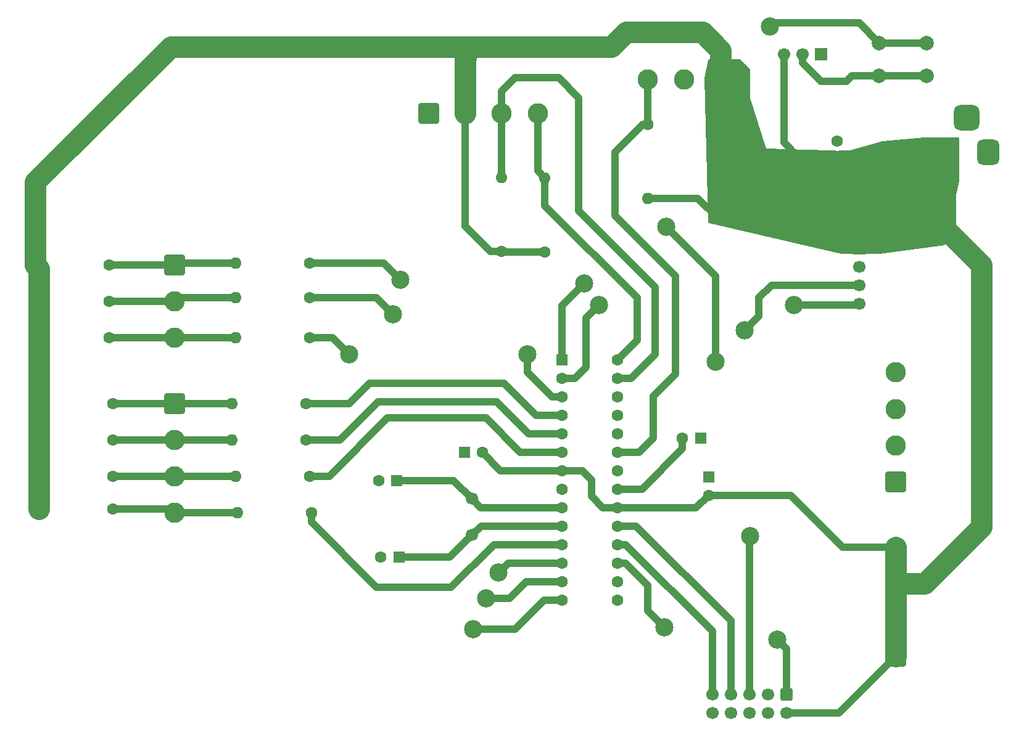
<source format=gbr>
%TF.GenerationSoftware,KiCad,Pcbnew,9.0.1*%
%TF.CreationDate,2025-09-08T03:32:05-04:00*%
%TF.ProjectId,SNAKE_GAME,534e414b-455f-4474-914d-452e6b696361,rev?*%
%TF.SameCoordinates,Original*%
%TF.FileFunction,Copper,L2,Bot*%
%TF.FilePolarity,Positive*%
%FSLAX46Y46*%
G04 Gerber Fmt 4.6, Leading zero omitted, Abs format (unit mm)*
G04 Created by KiCad (PCBNEW 9.0.1) date 2025-09-08 03:32:05*
%MOMM*%
%LPD*%
G01*
G04 APERTURE LIST*
G04 Aperture macros list*
%AMRoundRect*
0 Rectangle with rounded corners*
0 $1 Rounding radius*
0 $2 $3 $4 $5 $6 $7 $8 $9 X,Y pos of 4 corners*
0 Add a 4 corners polygon primitive as box body*
4,1,4,$2,$3,$4,$5,$6,$7,$8,$9,$2,$3,0*
0 Add four circle primitives for the rounded corners*
1,1,$1+$1,$2,$3*
1,1,$1+$1,$4,$5*
1,1,$1+$1,$6,$7*
1,1,$1+$1,$8,$9*
0 Add four rect primitives between the rounded corners*
20,1,$1+$1,$2,$3,$4,$5,0*
20,1,$1+$1,$4,$5,$6,$7,0*
20,1,$1+$1,$6,$7,$8,$9,0*
20,1,$1+$1,$8,$9,$2,$3,0*%
G04 Aperture macros list end*
%TA.AperFunction,ComponentPad*%
%ADD10R,1.700000X1.700000*%
%TD*%
%TA.AperFunction,ComponentPad*%
%ADD11C,1.700000*%
%TD*%
%TA.AperFunction,ComponentPad*%
%ADD12R,1.600000X1.600000*%
%TD*%
%TA.AperFunction,ComponentPad*%
%ADD13C,1.600000*%
%TD*%
%TA.AperFunction,ComponentPad*%
%ADD14O,1.600000X1.600000*%
%TD*%
%TA.AperFunction,ComponentPad*%
%ADD15RoundRect,0.250000X-0.600000X0.600000X-0.600000X-0.600000X0.600000X-0.600000X0.600000X0.600000X0*%
%TD*%
%TA.AperFunction,ComponentPad*%
%ADD16C,2.800000*%
%TD*%
%TA.AperFunction,ComponentPad*%
%ADD17RoundRect,0.250001X-1.149999X1.149999X-1.149999X-1.149999X1.149999X-1.149999X1.149999X1.149999X0*%
%TD*%
%TA.AperFunction,ComponentPad*%
%ADD18RoundRect,0.250000X-0.550000X-0.550000X0.550000X-0.550000X0.550000X0.550000X-0.550000X0.550000X0*%
%TD*%
%TA.AperFunction,ComponentPad*%
%ADD19RoundRect,0.250001X1.149999X1.149999X-1.149999X1.149999X-1.149999X-1.149999X1.149999X-1.149999X0*%
%TD*%
%TA.AperFunction,ComponentPad*%
%ADD20RoundRect,0.250001X-1.149999X-1.149999X1.149999X-1.149999X1.149999X1.149999X-1.149999X1.149999X0*%
%TD*%
%TA.AperFunction,ComponentPad*%
%ADD21RoundRect,0.250001X1.149999X-1.149999X1.149999X1.149999X-1.149999X1.149999X-1.149999X-1.149999X0*%
%TD*%
%TA.AperFunction,ComponentPad*%
%ADD22R,3.500000X3.500000*%
%TD*%
%TA.AperFunction,ComponentPad*%
%ADD23RoundRect,0.750000X0.750000X1.000000X-0.750000X1.000000X-0.750000X-1.000000X0.750000X-1.000000X0*%
%TD*%
%TA.AperFunction,ComponentPad*%
%ADD24RoundRect,0.875000X0.875000X0.875000X-0.875000X0.875000X-0.875000X-0.875000X0.875000X-0.875000X0*%
%TD*%
%TA.AperFunction,ComponentPad*%
%ADD25C,2.000000*%
%TD*%
%TA.AperFunction,ViaPad*%
%ADD26C,2.500000*%
%TD*%
%TA.AperFunction,Conductor*%
%ADD27C,1.000000*%
%TD*%
%TA.AperFunction,Conductor*%
%ADD28C,3.000000*%
%TD*%
G04 APERTURE END LIST*
D10*
%TO.P,J7,1,Pin_1*%
%TO.N,VCC*%
X127025000Y69550000D03*
D11*
%TO.P,J7,2,Pin_2*%
%TO.N,GND*%
X127025000Y67010000D03*
%TO.P,J7,3,Pin_3*%
%TO.N,/TXD*%
X127025000Y64470000D03*
%TO.P,J7,4,Pin_4*%
%TO.N,/RXD*%
X127025000Y61930000D03*
%TD*%
D12*
%TO.P,C3,1*%
%TO.N,Net-(U1-XTAL2{slash}PB7)*%
X63815000Y27140000D03*
D13*
%TO.P,C3,2*%
%TO.N,GND*%
X61315000Y27140000D03*
%TD*%
%TO.P,R13,1*%
%TO.N,Net-(U1-PB0)*%
X51580000Y57250000D03*
D14*
%TO.P,R13,2*%
%TO.N,/B_SELECT*%
X41420000Y57250000D03*
%TD*%
D12*
%TO.P,C1,1*%
%TO.N,GND*%
X106315000Y38140000D03*
D13*
%TO.P,C1,2*%
%TO.N,VCC*%
X106315000Y35640000D03*
%TD*%
%TO.P,220UF1,1*%
%TO.N,VCC*%
X124000000Y81750000D03*
%TO.P,220UF1,2*%
%TO.N,GND*%
X124000000Y84250000D03*
%TD*%
%TO.P,R2,1*%
%TO.N,Net-(U1-PD2)*%
X51080000Y48250000D03*
D14*
%TO.P,R2,2*%
%TO.N,/JS_UP*%
X40920000Y48250000D03*
%TD*%
D13*
%TO.P,R3,1*%
%TO.N,Net-(U1-PD3)*%
X51080000Y43250000D03*
D14*
%TO.P,R3,2*%
%TO.N,/JS_DOWN*%
X40920000Y43250000D03*
%TD*%
D13*
%TO.P,R4,1*%
%TO.N,Net-(U1-PD4)*%
X51580000Y38250000D03*
D14*
%TO.P,R4,2*%
%TO.N,/JS_LEFT*%
X41420000Y38250000D03*
%TD*%
D13*
%TO.P,R5,1*%
%TO.N,Net-(U1-PD5)*%
X51830000Y33250000D03*
D14*
%TO.P,R5,2*%
%TO.N,/JS_RIGHT*%
X41670000Y33250000D03*
%TD*%
D13*
%TO.P,R6,1*%
%TO.N,Net-(U1-PD6)*%
X51580000Y67500000D03*
D14*
%TO.P,R6,2*%
%TO.N,/B_EXIT*%
X41420000Y67500000D03*
%TD*%
D10*
%TO.P,J3,1,Pin_1*%
%TO.N,GND*%
X121750000Y96250000D03*
D11*
%TO.P,J3,2,Pin_2*%
%TO.N,Net-(J3-Pin_2)*%
X119210000Y96250000D03*
%TO.P,J3,3,Pin_3*%
%TO.N,VCC*%
X116670000Y96250000D03*
%TD*%
D15*
%TO.P,J4,1,Pin_1*%
%TO.N,/MOSI*%
X117000000Y8210000D03*
D11*
%TO.P,J4,2,Pin_2*%
%TO.N,VCC*%
X117000000Y5670000D03*
%TO.P,J4,3,Pin_3*%
%TO.N,unconnected-(J4-Pin_3-Pad3)*%
X114460000Y8210000D03*
%TO.P,J4,4,Pin_4*%
%TO.N,unconnected-(J4-Pin_4-Pad4)*%
X114460000Y5670000D03*
%TO.P,J4,5,Pin_5*%
%TO.N,/RESET*%
X111920000Y8210000D03*
%TO.P,J4,6,Pin_6*%
%TO.N,unconnected-(J4-Pin_6-Pad6)*%
X111920000Y5670000D03*
%TO.P,J4,7,Pin_7*%
%TO.N,/SCK*%
X109380000Y8210000D03*
%TO.P,J4,8,Pin_8*%
%TO.N,GND*%
X109380000Y5670000D03*
%TO.P,J4,9,Pin_9*%
%TO.N,/MISO*%
X106840000Y8210000D03*
%TO.P,J4,10,Pin_10*%
%TO.N,GND*%
X106840000Y5670000D03*
%TD*%
D12*
%TO.P,C4,1*%
%TO.N,GND*%
X72794888Y41500000D03*
D13*
%TO.P,C4,2*%
%TO.N,VCC*%
X75294888Y41500000D03*
%TD*%
D16*
%TO.P,J6,4,Pin_4*%
%TO.N,/JS_RIGHT*%
X33000000Y33250000D03*
%TO.P,J6,3,Pin_3*%
%TO.N,/JS_LEFT*%
X33000000Y38250000D03*
%TO.P,J6,2,Pin_2*%
%TO.N,/JS_DOWN*%
X33000000Y43250000D03*
D17*
%TO.P,J6,1,Pin_1*%
%TO.N,/JS_UP*%
X33000000Y48250000D03*
%TD*%
D12*
%TO.P,C2,1*%
%TO.N,Net-(U1-XTAL1{slash}PB6)*%
X63520113Y37640000D03*
D13*
%TO.P,C2,2*%
%TO.N,GND*%
X61020113Y37640000D03*
%TD*%
%TO.P,R7,1*%
%TO.N,Net-(U1-PD7)*%
X51580000Y62750000D03*
D14*
%TO.P,R7,2*%
%TO.N,/B_START*%
X41420000Y62750000D03*
%TD*%
D13*
%TO.P,R14,1*%
%TO.N,/B_SELECT*%
X24080000Y57250000D03*
D14*
%TO.P,R14,2*%
%TO.N,VCC*%
X13920000Y57250000D03*
%TD*%
D13*
%TO.P,R15,1*%
%TO.N,/B_START*%
X24080000Y62250000D03*
D14*
%TO.P,R15,2*%
%TO.N,VCC*%
X13920000Y62250000D03*
%TD*%
D13*
%TO.P,R16,1*%
%TO.N,/B_EXIT*%
X24080000Y67250000D03*
D14*
%TO.P,R16,2*%
%TO.N,VCC*%
X13920000Y67250000D03*
%TD*%
D13*
%TO.P,R17,1*%
%TO.N,/JS_RIGHT*%
X24580000Y33750000D03*
D14*
%TO.P,R17,2*%
%TO.N,VCC*%
X14420000Y33750000D03*
%TD*%
D13*
%TO.P,R18,1*%
%TO.N,/JS_LEFT*%
X24580000Y38250000D03*
D14*
%TO.P,R18,2*%
%TO.N,VCC*%
X14420000Y38250000D03*
%TD*%
D13*
%TO.P,R19,1*%
%TO.N,/JS_DOWN*%
X24580000Y43250000D03*
D14*
%TO.P,R19,2*%
%TO.N,VCC*%
X14420000Y43250000D03*
%TD*%
D13*
%TO.P,R20,1*%
%TO.N,/JS_UP*%
X24580000Y48250000D03*
D14*
%TO.P,R20,2*%
%TO.N,VCC*%
X14420000Y48250000D03*
%TD*%
D13*
%TO.P,R21,1*%
%TO.N,VCC*%
X77875000Y69125000D03*
D14*
%TO.P,R21,2*%
%TO.N,/SDA*%
X77875000Y79285000D03*
%TD*%
D13*
%TO.P,R22,1*%
%TO.N,VCC*%
X83875000Y69045000D03*
D14*
%TO.P,R22,2*%
%TO.N,/SCL*%
X83875000Y79205000D03*
%TD*%
D13*
%TO.P,R24,1*%
%TO.N,/DIN_GRID*%
X98000000Y86580000D03*
D14*
%TO.P,R24,2*%
%TO.N,VCC*%
X98000000Y76420000D03*
%TD*%
D13*
%TO.P,U1,28,PC5*%
%TO.N,/SCL*%
X93815000Y54260000D03*
%TO.P,U1,27,PC4*%
%TO.N,/SDA*%
X93815000Y51720000D03*
%TO.P,U1,26,PC3*%
%TO.N,unconnected-(U1-PC3-Pad26)*%
X93815000Y49180000D03*
%TO.P,U1,25,PC2*%
%TO.N,unconnected-(U1-PC2-Pad25)*%
X93815000Y46640000D03*
%TO.P,U1,24,PC1*%
%TO.N,unconnected-(U1-PC1-Pad24)*%
X93815000Y44100000D03*
%TO.P,U1,23,PC0*%
%TO.N,/DIN_GRID*%
X93815000Y41560000D03*
%TO.P,U1,22,GND*%
%TO.N,GND*%
X93815000Y39020000D03*
%TO.P,U1,21,AREF*%
%TO.N,Net-(U1-AREF)*%
X93815000Y36480000D03*
%TO.P,U1,20,AVCC*%
%TO.N,VCC*%
X93815000Y33940000D03*
%TO.P,U1,19,PB5*%
%TO.N,/SCK*%
X93815000Y31400000D03*
%TO.P,U1,18,PB4*%
%TO.N,/MISO*%
X93815000Y28860000D03*
%TO.P,U1,17,PB3*%
%TO.N,/MOSI*%
X93815000Y26320000D03*
%TO.P,U1,16,PB2*%
%TO.N,unconnected-(U1-PB2-Pad16)*%
X93815000Y23780000D03*
%TO.P,U1,15,PB1*%
%TO.N,unconnected-(U1-PB1-Pad15)*%
X93815000Y21240000D03*
%TO.P,U1,14,PB0*%
%TO.N,Net-(U1-PB0)*%
X86195000Y21240000D03*
%TO.P,U1,13,PD7*%
%TO.N,Net-(U1-PD7)*%
X86195000Y23780000D03*
%TO.P,U1,12,PD6*%
%TO.N,Net-(U1-PD6)*%
X86195000Y26320000D03*
%TO.P,U1,11,PD5*%
%TO.N,Net-(U1-PD5)*%
X86195000Y28860000D03*
%TO.P,U1,10,XTAL2/PB7*%
%TO.N,Net-(U1-XTAL2{slash}PB7)*%
X86195000Y31400000D03*
%TO.P,U1,9,XTAL1/PB6*%
%TO.N,Net-(U1-XTAL1{slash}PB6)*%
X86195000Y33940000D03*
%TO.P,U1,8,GND*%
%TO.N,GND*%
X86195000Y36480000D03*
%TO.P,U1,7,VCC*%
%TO.N,VCC*%
X86195000Y39020000D03*
%TO.P,U1,6,PD4*%
%TO.N,Net-(U1-PD4)*%
X86195000Y41560000D03*
%TO.P,U1,5,PD3*%
%TO.N,Net-(U1-PD3)*%
X86195000Y44100000D03*
%TO.P,U1,4,PD2*%
%TO.N,Net-(U1-PD2)*%
X86195000Y46640000D03*
%TO.P,U1,3,PD1*%
%TO.N,/TXD*%
X86195000Y49180000D03*
%TO.P,U1,2,PD0*%
%TO.N,/RXD*%
X86195000Y51720000D03*
D18*
%TO.P,U1,1,~{RESET}/PC6*%
%TO.N,/RESET*%
X86195000Y54260000D03*
%TD*%
D11*
%TO.P,Y1,1,1*%
%TO.N,Net-(U1-XTAL2{slash}PB7)*%
X73815000Y30140000D03*
%TO.P,Y1,2,2*%
%TO.N,Net-(U1-XTAL1{slash}PB6)*%
X73815000Y35140000D03*
%TD*%
D12*
%TO.P,C5,1*%
%TO.N,GND*%
X105250000Y43500000D03*
D13*
%TO.P,C5,2*%
%TO.N,Net-(U1-AREF)*%
X102750000Y43500000D03*
%TD*%
D17*
%TO.P,J5,1,Pin_1*%
%TO.N,/B_EXIT*%
X33000000Y67250000D03*
D16*
%TO.P,J5,2,Pin_2*%
%TO.N,/B_START*%
X33000000Y62250000D03*
%TO.P,J5,3,Pin_3*%
%TO.N,/B_SELECT*%
X33000000Y57250000D03*
%TD*%
D19*
%TO.P,J1,1,Pin_1*%
%TO.N,VCC*%
X108000000Y92750000D03*
D16*
%TO.P,J1,2,Pin_2*%
%TO.N,GND*%
X103000000Y92750000D03*
%TO.P,J1,3,Pin_3*%
%TO.N,/DIN_GRID*%
X98000000Y92750000D03*
%TD*%
D20*
%TO.P,J8,1,Pin_1*%
%TO.N,GND*%
X67875000Y88125000D03*
D16*
%TO.P,J8,2,Pin_2*%
%TO.N,VCC*%
X72875000Y88125000D03*
%TO.P,J8,3,Pin_3*%
%TO.N,/SDA*%
X77875000Y88125000D03*
%TO.P,J8,4,Pin_4*%
%TO.N,/SCL*%
X82875000Y88125000D03*
%TD*%
D21*
%TO.P,J9,1,Pin_1*%
%TO.N,GND*%
X132000000Y37490000D03*
D16*
%TO.P,J9,2,Pin_2*%
X132000000Y42490000D03*
%TO.P,J9,3,Pin_3*%
X132000000Y47490000D03*
%TO.P,J9,4,Pin_4*%
X132000000Y52490000D03*
%TD*%
D21*
%TO.P,J10,1,Pin_1*%
%TO.N,VCC*%
X132000000Y13490000D03*
D16*
%TO.P,J10,2,Pin_2*%
X132000000Y18490000D03*
%TO.P,J10,3,Pin_3*%
X132000000Y23490000D03*
%TO.P,J10,4,Pin_4*%
X132000000Y28490000D03*
%TD*%
D22*
%TO.P,J11,1*%
%TO.N,VCC*%
X138750000Y82792500D03*
D23*
%TO.P,J11,2*%
%TO.N,unconnected-(J11-Pad2)*%
X144750000Y82792500D03*
D24*
%TO.P,J11,3*%
%TO.N,GND*%
X141750000Y87492500D03*
%TD*%
D25*
%TO.P,SW1,1,1*%
%TO.N,/RESET*%
X129750000Y97750000D03*
X136250000Y97750000D03*
%TO.P,SW1,2,2*%
%TO.N,Net-(J3-Pin_2)*%
X129750000Y93250000D03*
X136250000Y93250000D03*
%TD*%
D26*
%TO.N,Net-(U1-PD6)*%
X77500000Y25000000D03*
X64000000Y65250000D03*
%TO.N,/RESET*%
X100500000Y72500000D03*
%TO.N,/RXD*%
X118000000Y61750000D03*
%TO.N,/TXD*%
X81500000Y55000000D03*
%TO.N,Net-(U1-PB0)*%
X57000000Y55000000D03*
%TO.N,/RESET*%
X107250000Y54000000D03*
%TO.N,Net-(U1-PD7)*%
X75750000Y21500000D03*
%TO.N,/MOSI*%
X115750000Y15750000D03*
%TO.N,/TXD*%
X111250000Y58250000D03*
%TO.N,/RXD*%
X91250000Y61750000D03*
%TO.N,Net-(U1-PD7)*%
X63000000Y60500000D03*
%TO.N,/RESET*%
X89250000Y64750000D03*
%TO.N,Net-(U1-PB0)*%
X74000000Y17250000D03*
%TO.N,/RESET*%
X112000000Y30000000D03*
%TO.N,/MOSI*%
X100250000Y17500000D03*
%TO.N,/RESET*%
X114750000Y100000000D03*
%TD*%
D27*
%TO.N,VCC*%
X77774888Y39020000D02*
X86195000Y39020000D01*
%TO.N,/MISO*%
X106840000Y16966370D02*
X106840000Y8210000D01*
%TO.N,Net-(J3-Pin_2)*%
X126000000Y93250000D02*
X129750000Y93250000D01*
%TO.N,/RESET*%
X86195000Y61695000D02*
X89250000Y64750000D01*
%TO.N,/SCL*%
X82875000Y88125000D02*
X82875000Y80205000D01*
%TO.N,Net-(U1-XTAL2{slash}PB7)*%
X63815000Y27140000D02*
X70815000Y27140000D01*
%TO.N,VCC*%
X88980000Y39020000D02*
X90250000Y37750000D01*
%TO.N,Net-(U1-XTAL1{slash}PB6)*%
X71315000Y37640000D02*
X73815000Y35140000D01*
%TO.N,/SCK*%
X96350000Y31400000D02*
X109380000Y18370000D01*
%TO.N,Net-(U1-XTAL1{slash}PB6)*%
X75015000Y33940000D02*
X86195000Y33940000D01*
%TO.N,VCC*%
X124760000Y28490000D02*
X132000000Y28490000D01*
%TO.N,/SDA*%
X79750000Y93000000D02*
X77875000Y91125000D01*
%TO.N,/JS_DOWN*%
X33000000Y43250000D02*
X40920000Y43250000D01*
%TO.N,/SCK*%
X93815000Y31400000D02*
X96350000Y31400000D01*
%TO.N,Net-(J3-Pin_2)*%
X125250000Y92500000D02*
X126000000Y93250000D01*
%TO.N,VCC*%
X124180000Y5670000D02*
X132000000Y13490000D01*
D28*
X14420000Y33750000D02*
X14420000Y66750000D01*
X14420000Y66750000D02*
X13920000Y67250000D01*
D27*
%TO.N,Net-(U1-PD7)*%
X51580000Y62750000D02*
X60750000Y62750000D01*
%TO.N,Net-(U1-PB0)*%
X54750000Y57250000D02*
X57000000Y55000000D01*
%TO.N,/SDA*%
X88500000Y74750000D02*
X88500000Y90250000D01*
%TO.N,/RXD*%
X118000000Y61750000D02*
X126845000Y61750000D01*
%TO.N,/TXD*%
X86195000Y49180000D02*
X84820000Y49180000D01*
%TO.N,/RXD*%
X126845000Y61750000D02*
X127025000Y61930000D01*
%TO.N,VCC*%
X77875000Y69125000D02*
X76375000Y69125000D01*
X106315000Y35640000D02*
X117610000Y35640000D01*
%TO.N,/JS_UP*%
X33000000Y48250000D02*
X40920000Y48250000D01*
%TO.N,/B_SELECT*%
X41420000Y57250000D02*
X33000000Y57250000D01*
%TO.N,/JS_RIGHT*%
X32500000Y33750000D02*
X33000000Y33250000D01*
%TO.N,Net-(U1-PD3)*%
X51080000Y43250000D02*
X55750000Y43250000D01*
%TO.N,Net-(U1-PD4)*%
X51580000Y38250000D02*
X54250000Y38250000D01*
D28*
%TO.N,VCC*%
X13920000Y78670000D02*
X32500000Y97250000D01*
D27*
%TO.N,Net-(U1-PD5)*%
X51830000Y33250000D02*
X51830000Y31920000D01*
%TO.N,/JS_DOWN*%
X24580000Y43250000D02*
X33000000Y43250000D01*
%TO.N,/MOSI*%
X98000000Y23266370D02*
X98000000Y19750000D01*
%TO.N,/SDA*%
X99000000Y64250000D02*
X88500000Y74750000D01*
%TO.N,Net-(U1-PD2)*%
X82610000Y46640000D02*
X86195000Y46640000D01*
%TO.N,Net-(U1-PD4)*%
X62250000Y46250000D02*
X75750000Y46250000D01*
%TO.N,/JS_UP*%
X24580000Y48250000D02*
X33000000Y48250000D01*
%TO.N,Net-(U1-PD7)*%
X60750000Y62750000D02*
X63000000Y60500000D01*
%TO.N,Net-(U1-PD6)*%
X77500000Y25000000D02*
X78820000Y26320000D01*
%TO.N,Net-(U1-PB0)*%
X79750000Y17250000D02*
X83740000Y21240000D01*
D28*
%TO.N,VCC*%
X138750000Y72250000D02*
X138750000Y82792500D01*
D27*
%TO.N,/SDA*%
X77875000Y88125000D02*
X77875000Y79285000D01*
%TO.N,Net-(U1-AREF)*%
X93815000Y36480000D02*
X97230000Y36480000D01*
%TO.N,/RESET*%
X129750000Y97750000D02*
X136250000Y97750000D01*
X107250000Y65750000D02*
X100500000Y72500000D01*
X111920000Y8210000D02*
X111920000Y29920000D01*
X107250000Y54000000D02*
X107250000Y65750000D01*
%TO.N,/MISO*%
X94946370Y28860000D02*
X106840000Y16966370D01*
D28*
%TO.N,VCC*%
X132000000Y18490000D02*
X132000000Y13490000D01*
X95000000Y99250000D02*
X105500000Y99250000D01*
X73000000Y97250000D02*
X93000000Y97250000D01*
X32500000Y97250000D02*
X73000000Y97250000D01*
X132000000Y23490000D02*
X135990000Y23490000D01*
X105500000Y99250000D02*
X108000000Y96750000D01*
X135990000Y23490000D02*
X143750000Y31250000D01*
X143750000Y67250000D02*
X138750000Y72250000D01*
X13920000Y67250000D02*
X13920000Y78670000D01*
X108000000Y96750000D02*
X108000000Y92750000D01*
X143750000Y31250000D02*
X143750000Y67250000D01*
D27*
%TO.N,Net-(U1-PD3)*%
X55750000Y43250000D02*
X61000000Y48500000D01*
%TO.N,Net-(U1-PD4)*%
X75750000Y46250000D02*
X80440000Y41560000D01*
%TO.N,/TXD*%
X81500000Y52500000D02*
X81500000Y55000000D01*
X119280000Y64470000D02*
X127025000Y64470000D01*
X115000000Y64500000D02*
X119250000Y64500000D01*
%TO.N,Net-(U1-PD2)*%
X59750000Y51000000D02*
X78250000Y51000000D01*
%TO.N,/RESET*%
X86195000Y54260000D02*
X86195000Y61695000D01*
%TO.N,/DIN_GRID*%
X93500000Y74000000D02*
X93500000Y82750000D01*
D28*
%TO.N,VCC*%
X72875000Y95625000D02*
X72875000Y88125000D01*
D27*
X90250000Y35500000D02*
X91810000Y33940000D01*
%TO.N,Net-(J3-Pin_2)*%
X119210000Y95047919D02*
X121757919Y92500000D01*
%TO.N,/B_EXIT*%
X24080000Y67250000D02*
X33000000Y67250000D01*
%TO.N,/DIN_GRID*%
X96810000Y41560000D02*
X98750000Y43500000D01*
X93500000Y82750000D02*
X97330000Y86580000D01*
%TO.N,VCC*%
X117610000Y35640000D02*
X124760000Y28490000D01*
%TO.N,/JS_LEFT*%
X33000000Y38250000D02*
X41420000Y38250000D01*
%TO.N,/B_START*%
X24080000Y62250000D02*
X33000000Y62250000D01*
D28*
%TO.N,VCC*%
X73000000Y97250000D02*
X73000000Y95750000D01*
D27*
%TO.N,/RXD*%
X89500000Y60000000D02*
X91250000Y61750000D01*
X86195000Y51720000D02*
X87970000Y51720000D01*
X87970000Y51720000D02*
X89500000Y53250000D01*
X89500000Y53250000D02*
X89500000Y60000000D01*
%TO.N,/TXD*%
X84820000Y49180000D02*
X81500000Y52500000D01*
X111250000Y58250000D02*
X113250000Y60250000D01*
X113250000Y60250000D02*
X113250000Y62750000D01*
X113250000Y62750000D02*
X115000000Y64500000D01*
X119250000Y64500000D02*
X119280000Y64470000D01*
%TO.N,Net-(U1-PD5)*%
X60750000Y23000000D02*
X71000000Y23000000D01*
%TO.N,Net-(U1-PD3)*%
X77250000Y48500000D02*
X81650000Y44100000D01*
%TO.N,VCC*%
X76375000Y69125000D02*
X72875000Y72625000D01*
%TO.N,/DIN_GRID*%
X98000000Y92750000D02*
X98000000Y86580000D01*
%TO.N,Net-(J3-Pin_2)*%
X121757919Y92500000D02*
X125250000Y92500000D01*
%TO.N,/DIN_GRID*%
X101750000Y52250000D02*
X101750000Y65750000D01*
%TO.N,/MOSI*%
X98000000Y19750000D02*
X100250000Y17500000D01*
%TO.N,Net-(U1-PD7)*%
X81280000Y23780000D02*
X86195000Y23780000D01*
%TO.N,VCC*%
X116670000Y96250000D02*
X116670000Y84080000D01*
%TO.N,Net-(U1-PB0)*%
X83740000Y21240000D02*
X86195000Y21240000D01*
%TO.N,Net-(U1-PD6)*%
X78820000Y26320000D02*
X86195000Y26320000D01*
%TO.N,Net-(U1-PD2)*%
X57000000Y48250000D02*
X59750000Y51000000D01*
%TO.N,Net-(U1-XTAL2{slash}PB7)*%
X75075000Y31400000D02*
X86195000Y31400000D01*
%TO.N,/RESET*%
X115250000Y100500000D02*
X127000000Y100500000D01*
%TO.N,/DIN_GRID*%
X93815000Y41560000D02*
X96810000Y41560000D01*
X97330000Y86580000D02*
X98000000Y86580000D01*
%TO.N,Net-(J3-Pin_2)*%
X119210000Y96250000D02*
X119210000Y95047919D01*
%TO.N,Net-(U1-PD3)*%
X81650000Y44100000D02*
X86195000Y44100000D01*
%TO.N,/SDA*%
X99000000Y55000000D02*
X99000000Y64250000D01*
%TO.N,VCC*%
X104830000Y76420000D02*
X107500000Y73750000D01*
X93815000Y33940000D02*
X104615000Y33940000D01*
%TO.N,Net-(U1-PD6)*%
X61750000Y67500000D02*
X64000000Y65250000D01*
%TO.N,/SDA*%
X93815000Y51720000D02*
X95720000Y51720000D01*
X77875000Y91125000D02*
X77875000Y88125000D01*
%TO.N,Net-(U1-PD4)*%
X80440000Y41560000D02*
X86195000Y41560000D01*
%TO.N,VCC*%
X117000000Y5670000D02*
X124180000Y5670000D01*
X77955000Y69045000D02*
X77875000Y69125000D01*
X86195000Y39020000D02*
X88980000Y39020000D01*
%TO.N,Net-(U1-XTAL1{slash}PB6)*%
X63520113Y37640000D02*
X71315000Y37640000D01*
%TO.N,Net-(U1-XTAL2{slash}PB7)*%
X70815000Y27140000D02*
X73815000Y30140000D01*
%TO.N,Net-(U1-AREF)*%
X102750000Y42000000D02*
X102750000Y43500000D01*
%TO.N,/DIN_GRID*%
X98750000Y43500000D02*
X98750000Y49250000D01*
%TO.N,Net-(U1-PB0)*%
X74000000Y17250000D02*
X79750000Y17250000D01*
%TO.N,/SDA*%
X88500000Y90250000D02*
X85750000Y93000000D01*
%TO.N,VCC*%
X116670000Y84080000D02*
X118750000Y82000000D01*
%TO.N,/JS_RIGHT*%
X33000000Y33250000D02*
X41670000Y33250000D01*
%TO.N,/SCL*%
X96500000Y56945000D02*
X96500000Y62750000D01*
%TO.N,/SDA*%
X85750000Y93000000D02*
X79750000Y93000000D01*
%TO.N,/SCL*%
X96500000Y62750000D02*
X83875000Y75375000D01*
%TO.N,/SDA*%
X95720000Y51720000D02*
X99000000Y55000000D01*
%TO.N,/DIN_GRID*%
X101750000Y65750000D02*
X93500000Y74000000D01*
%TO.N,/B_EXIT*%
X33250000Y67500000D02*
X33000000Y67250000D01*
%TO.N,Net-(U1-XTAL1{slash}PB6)*%
X73815000Y35140000D02*
X75015000Y33940000D01*
%TO.N,Net-(U1-AREF)*%
X97230000Y36480000D02*
X102750000Y42000000D01*
D28*
%TO.N,VCC*%
X93000000Y97250000D02*
X95000000Y99250000D01*
D27*
%TO.N,/RESET*%
X111920000Y29920000D02*
X112000000Y30000000D01*
%TO.N,/JS_LEFT*%
X24580000Y38250000D02*
X33000000Y38250000D01*
%TO.N,/B_START*%
X33500000Y62750000D02*
X33000000Y62250000D01*
%TO.N,Net-(U1-PD5)*%
X71000000Y23000000D02*
X76860000Y28860000D01*
X76860000Y28860000D02*
X86195000Y28860000D01*
%TO.N,Net-(U1-PD2)*%
X51080000Y48250000D02*
X57000000Y48250000D01*
%TO.N,Net-(U1-PD4)*%
X54250000Y38250000D02*
X62250000Y46250000D01*
%TO.N,VCC*%
X72875000Y72625000D02*
X72875000Y88125000D01*
%TO.N,/RESET*%
X114750000Y100000000D02*
X115250000Y100500000D01*
%TO.N,/B_START*%
X41420000Y62750000D02*
X33500000Y62750000D01*
%TO.N,/DIN_GRID*%
X98750000Y49250000D02*
X101750000Y52250000D01*
%TO.N,VCC*%
X90250000Y37750000D02*
X90250000Y35500000D01*
D28*
X132000000Y18490000D02*
X132000000Y28490000D01*
D27*
%TO.N,/SCL*%
X93815000Y54260000D02*
X96500000Y56945000D01*
%TO.N,/SCK*%
X109380000Y18370000D02*
X109380000Y8210000D01*
%TO.N,VCC*%
X91810000Y33940000D02*
X93815000Y33940000D01*
X75294888Y41500000D02*
X77774888Y39020000D01*
%TO.N,Net-(J3-Pin_2)*%
X129750000Y93250000D02*
X136250000Y93250000D01*
%TO.N,Net-(U1-PD2)*%
X78250000Y51000000D02*
X82610000Y46640000D01*
%TO.N,/MOSI*%
X93815000Y26320000D02*
X94946370Y26320000D01*
%TO.N,Net-(U1-PB0)*%
X51580000Y57250000D02*
X54750000Y57250000D01*
%TO.N,Net-(U1-PD7)*%
X75750000Y21500000D02*
X79000000Y21500000D01*
%TO.N,/SCL*%
X83875000Y75375000D02*
X83875000Y79205000D01*
%TO.N,/RESET*%
X127000000Y100500000D02*
X129750000Y97750000D01*
%TO.N,Net-(U1-PD7)*%
X79000000Y21500000D02*
X81280000Y23780000D01*
%TO.N,/MOSI*%
X94946370Y26320000D02*
X98000000Y23266370D01*
%TO.N,VCC*%
X104615000Y33940000D02*
X106315000Y35640000D01*
%TO.N,Net-(U1-PD5)*%
X51830000Y31920000D02*
X60750000Y23000000D01*
%TO.N,/MISO*%
X93815000Y28860000D02*
X94946370Y28860000D01*
%TO.N,/JS_RIGHT*%
X24580000Y33750000D02*
X32500000Y33750000D01*
%TO.N,Net-(U1-PD3)*%
X61000000Y48500000D02*
X77250000Y48500000D01*
%TO.N,/B_EXIT*%
X41420000Y67500000D02*
X33250000Y67500000D01*
%TO.N,VCC*%
X98000000Y76420000D02*
X104830000Y76420000D01*
X83875000Y69045000D02*
X77955000Y69045000D01*
D28*
X73000000Y95750000D02*
X72875000Y95625000D01*
D27*
%TO.N,/MOSI*%
X117000000Y14500000D02*
X117000000Y8210000D01*
X115750000Y15750000D02*
X117000000Y14500000D01*
%TO.N,/SCL*%
X82875000Y80205000D02*
X83875000Y79205000D01*
%TO.N,Net-(U1-PD6)*%
X51580000Y67500000D02*
X61750000Y67500000D01*
%TO.N,/B_SELECT*%
X24080000Y57250000D02*
X33000000Y57250000D01*
%TO.N,Net-(U1-XTAL2{slash}PB7)*%
X73815000Y30140000D02*
X75075000Y31400000D01*
%TD*%
%TA.AperFunction,Conductor*%
%TO.N,VCC*%
G36*
X110765677Y95480315D02*
G01*
X110786319Y95463681D01*
X111963681Y94286319D01*
X111997166Y94224996D01*
X112000000Y94198638D01*
X112000000Y90250000D01*
X114250000Y83249999D01*
X122749986Y83000000D01*
X123618961Y83000000D01*
X123657277Y82993931D01*
X123674572Y82988311D01*
X123695468Y82981522D01*
X123859599Y82955526D01*
X123897648Y82949500D01*
X123897649Y82949500D01*
X124102351Y82949500D01*
X124102352Y82949500D01*
X124163364Y82959163D01*
X124304530Y82981522D01*
X124304531Y82981522D01*
X124307590Y82982516D01*
X124342722Y82993931D01*
X124381039Y83000000D01*
X125750002Y83000000D01*
X130238962Y84246934D01*
X130261408Y84250992D01*
X135994641Y84749534D01*
X136005383Y84750000D01*
X140626000Y84750000D01*
X140693039Y84730315D01*
X140738794Y84677511D01*
X140750000Y84626000D01*
X140750000Y78763988D01*
X140746882Y78736358D01*
X138769067Y70083419D01*
X138734940Y70022451D01*
X138673268Y69989612D01*
X138665248Y69988228D01*
X129772666Y68753148D01*
X129758489Y68751179D01*
X129741431Y68750000D01*
X124764060Y68750000D01*
X124736297Y68753148D01*
X124529639Y68800623D01*
X106343788Y72978454D01*
X106282862Y73012647D01*
X106250091Y73074355D01*
X106247595Y73096195D01*
X105750346Y92986158D01*
X105752715Y93013575D01*
X106230064Y95400318D01*
X106262514Y95462196D01*
X106323266Y95496706D01*
X106351656Y95500000D01*
X110698638Y95500000D01*
X110765677Y95480315D01*
G37*
%TD.AperFunction*%
%TD*%
M02*

</source>
